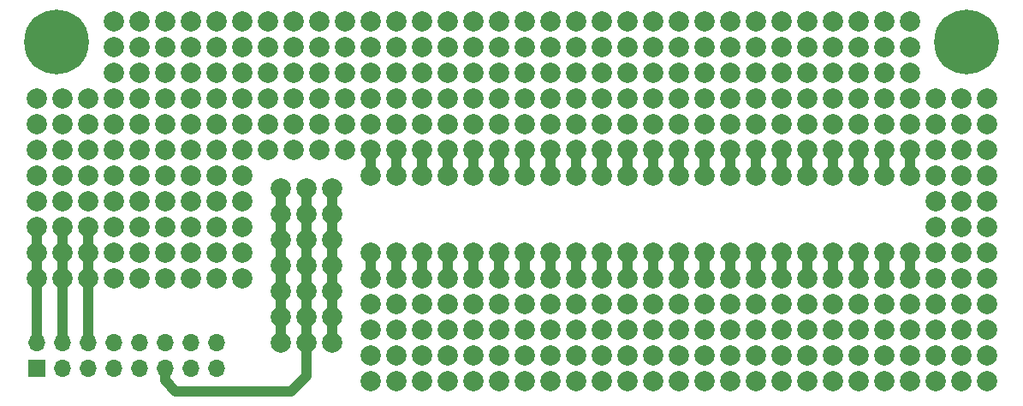
<source format=gbr>
G04 #@! TF.GenerationSoftware,KiCad,Pcbnew,(5.1.4)-1*
G04 #@! TF.CreationDate,2020-01-19T21:47:34+01:00*
G04 #@! TF.ProjectId,EuroHelper,4575726f-4865-46c7-9065-722e6b696361,rev?*
G04 #@! TF.SameCoordinates,Original*
G04 #@! TF.FileFunction,Copper,L1,Top*
G04 #@! TF.FilePolarity,Positive*
%FSLAX46Y46*%
G04 Gerber Fmt 4.6, Leading zero omitted, Abs format (unit mm)*
G04 Created by KiCad (PCBNEW (5.1.4)-1) date 2020-01-19 21:47:34*
%MOMM*%
%LPD*%
G04 APERTURE LIST*
%ADD10C,1.998980*%
%ADD11C,6.400000*%
%ADD12O,1.700000X1.700000*%
%ADD13R,1.700000X1.700000*%
%ADD14C,1.000000*%
G04 APERTURE END LIST*
D10*
X93472000Y-59690000D03*
X90932000Y-59690000D03*
X88392000Y-59690000D03*
X85852000Y-59690000D03*
X83312000Y-59690000D03*
X93472000Y-57150000D03*
X90932000Y-57150000D03*
X88392000Y-57150000D03*
X85852000Y-57150000D03*
X83312000Y-57150000D03*
X93472000Y-54610000D03*
X90932000Y-54610000D03*
X88392000Y-54610000D03*
X85852000Y-54610000D03*
X83312000Y-72390000D03*
X80772000Y-72390000D03*
X78232000Y-72390000D03*
X75692000Y-72390000D03*
X73152000Y-72390000D03*
X70612000Y-72390000D03*
X68072000Y-72390000D03*
X65532000Y-72390000D03*
X62992000Y-72390000D03*
X83312000Y-69850000D03*
X80772000Y-69850000D03*
X78232000Y-69850000D03*
X75692000Y-69850000D03*
X73152000Y-69850000D03*
X70612000Y-69850000D03*
X68072000Y-69850000D03*
X65532000Y-69850000D03*
X62992000Y-69850000D03*
X83312000Y-67310000D03*
X80772000Y-67310000D03*
X78232000Y-67310000D03*
X75692000Y-67310000D03*
X73152000Y-67310000D03*
X70612000Y-67310000D03*
X68072000Y-67310000D03*
X65532000Y-67310000D03*
X62992000Y-67310000D03*
X83312000Y-64770000D03*
X80772000Y-64770000D03*
X78232000Y-64770000D03*
X75692000Y-64770000D03*
X73152000Y-64770000D03*
X70612000Y-64770000D03*
X68072000Y-64770000D03*
X65532000Y-64770000D03*
X62992000Y-64770000D03*
X83312000Y-62230000D03*
X80772000Y-62230000D03*
X78232000Y-62230000D03*
X75692000Y-62230000D03*
X73152000Y-62230000D03*
X70612000Y-62230000D03*
X68072000Y-62230000D03*
X65532000Y-62230000D03*
X62992000Y-62230000D03*
X80772000Y-59690000D03*
X78232000Y-59690000D03*
X75692000Y-59690000D03*
X73152000Y-59690000D03*
X70612000Y-59690000D03*
X68072000Y-59690000D03*
X65532000Y-59690000D03*
X62992000Y-59690000D03*
X80772000Y-57150000D03*
X78232000Y-57150000D03*
X75692000Y-57150000D03*
X73152000Y-57150000D03*
X70612000Y-57150000D03*
X68072000Y-57150000D03*
X65532000Y-57150000D03*
X62992000Y-57150000D03*
X83312000Y-54610000D03*
X80772000Y-54610000D03*
X78232000Y-54610000D03*
X75692000Y-54610000D03*
X73152000Y-54610000D03*
X70612000Y-54610000D03*
X68072000Y-54610000D03*
X65532000Y-54610000D03*
X62992000Y-54610000D03*
X87122000Y-71145400D03*
X93472000Y-52095400D03*
X90932000Y-52095400D03*
X88392000Y-52095400D03*
X85852000Y-52095400D03*
X83312000Y-52095400D03*
X80772000Y-52095400D03*
X78232000Y-52095400D03*
X75692000Y-52095400D03*
X73152000Y-52095400D03*
X70612000Y-52095400D03*
X93472000Y-49555400D03*
X90932000Y-49555400D03*
X88392000Y-49555400D03*
X85852000Y-49555400D03*
X83312000Y-49555400D03*
X80772000Y-49555400D03*
X78232000Y-49555400D03*
X75692000Y-49555400D03*
X73152000Y-49555400D03*
X70612000Y-49555400D03*
X93472000Y-47015400D03*
X90932000Y-47015400D03*
X88392000Y-47015400D03*
X85852000Y-47015400D03*
X83312000Y-47015400D03*
X80772000Y-47015400D03*
X78232000Y-47015400D03*
X75692000Y-47015400D03*
X73152000Y-47015400D03*
X70612000Y-47015400D03*
X156972000Y-62230000D03*
X154432000Y-62230000D03*
X151892000Y-62230000D03*
X156972000Y-59690000D03*
X154432000Y-59690000D03*
X151892000Y-59690000D03*
X156972000Y-57150000D03*
X154432000Y-57150000D03*
X151892000Y-57150000D03*
X156972000Y-54610000D03*
X154432000Y-54610000D03*
X151892000Y-54610000D03*
X149352000Y-52070000D03*
X146812000Y-52070000D03*
X144272000Y-52070000D03*
X141732000Y-52070000D03*
X139192000Y-52070000D03*
X136652000Y-52070000D03*
X134112000Y-52070000D03*
X131572000Y-52070000D03*
X129032000Y-52070000D03*
X126492000Y-52070000D03*
X123952000Y-52070000D03*
X121412000Y-52070000D03*
X118872000Y-52070000D03*
X116332000Y-52070000D03*
X113792000Y-52070000D03*
X111252000Y-52070000D03*
X108712000Y-52070000D03*
X106172000Y-52070000D03*
X103632000Y-52070000D03*
X101092000Y-52070000D03*
X98552000Y-52070000D03*
X96012000Y-52070000D03*
X149352000Y-49530000D03*
X146812000Y-49530000D03*
X144272000Y-49530000D03*
X141732000Y-49530000D03*
X139192000Y-49530000D03*
X136652000Y-49530000D03*
X134112000Y-49530000D03*
X131572000Y-49530000D03*
X129032000Y-49530000D03*
X126492000Y-49530000D03*
X123952000Y-49530000D03*
X121412000Y-49530000D03*
X118872000Y-49530000D03*
X116332000Y-49530000D03*
X113792000Y-49530000D03*
X111252000Y-49530000D03*
X108712000Y-49530000D03*
X106172000Y-49530000D03*
X103632000Y-49530000D03*
X101092000Y-49530000D03*
X98552000Y-49530000D03*
X96012000Y-49530000D03*
X149352000Y-46990000D03*
X146812000Y-46990000D03*
X144272000Y-46990000D03*
X141732000Y-46990000D03*
X139192000Y-46990000D03*
X136652000Y-46990000D03*
X134112000Y-46990000D03*
X131572000Y-46990000D03*
X129032000Y-46990000D03*
X126492000Y-46990000D03*
X123952000Y-46990000D03*
X121412000Y-46990000D03*
X118872000Y-46990000D03*
X116332000Y-46990000D03*
X113792000Y-46990000D03*
X111252000Y-46990000D03*
X108712000Y-46990000D03*
X106172000Y-46990000D03*
X103632000Y-46990000D03*
X101092000Y-46990000D03*
X98552000Y-46990000D03*
X96012000Y-46990000D03*
X156972000Y-82575400D03*
X154432000Y-82575400D03*
X151892000Y-82575400D03*
X149352000Y-82575400D03*
X146812000Y-82575400D03*
X144272000Y-82575400D03*
X141732000Y-82575400D03*
X139192000Y-82575400D03*
X136652000Y-82575400D03*
X134112000Y-82575400D03*
X131572000Y-82575400D03*
X129032000Y-82575400D03*
X126492000Y-82575400D03*
X123952000Y-82575400D03*
X121412000Y-82575400D03*
X118872000Y-82575400D03*
X116332000Y-82575400D03*
X113792000Y-82575400D03*
X111252000Y-82575400D03*
X108712000Y-82575400D03*
X106172000Y-82575400D03*
X103632000Y-82575400D03*
X101092000Y-82575400D03*
X98552000Y-82575400D03*
X96012000Y-82575400D03*
X156972000Y-80035400D03*
X154432000Y-80035400D03*
X151892000Y-80035400D03*
X149352000Y-80035400D03*
X146812000Y-80035400D03*
X144272000Y-80035400D03*
X141732000Y-80035400D03*
X139192000Y-80035400D03*
X136652000Y-80035400D03*
X134112000Y-80035400D03*
X131572000Y-80035400D03*
X129032000Y-80035400D03*
X126492000Y-80035400D03*
X123952000Y-80035400D03*
X121412000Y-80035400D03*
X118872000Y-80035400D03*
X116332000Y-80035400D03*
X113792000Y-80035400D03*
X111252000Y-80035400D03*
X108712000Y-80035400D03*
X106172000Y-80035400D03*
X103632000Y-80035400D03*
X101092000Y-80035400D03*
X98552000Y-80035400D03*
X96012000Y-80035400D03*
X156972000Y-77495400D03*
X154432000Y-77495400D03*
X151892000Y-77495400D03*
X149352000Y-77495400D03*
X146812000Y-77495400D03*
X144272000Y-77495400D03*
X141732000Y-77495400D03*
X139192000Y-77495400D03*
X136652000Y-77495400D03*
X134112000Y-77495400D03*
X131572000Y-77495400D03*
X129032000Y-77495400D03*
X126492000Y-77495400D03*
X123952000Y-77495400D03*
X121412000Y-77495400D03*
X118872000Y-77495400D03*
X116332000Y-77495400D03*
X113792000Y-77495400D03*
X111252000Y-77495400D03*
X108712000Y-77495400D03*
X106172000Y-77495400D03*
X103632000Y-77495400D03*
X101092000Y-77495400D03*
X98552000Y-77495400D03*
X149352000Y-54610000D03*
X146812000Y-54610000D03*
X144272000Y-54610000D03*
X141732000Y-54610000D03*
X139192000Y-54610000D03*
X136652000Y-54610000D03*
X134112000Y-54610000D03*
X131572000Y-54610000D03*
X129032000Y-54610000D03*
X126492000Y-54610000D03*
X123952000Y-54610000D03*
X121412000Y-54610000D03*
X118872000Y-54610000D03*
X116332000Y-54610000D03*
X113792000Y-54610000D03*
X111252000Y-54610000D03*
X108712000Y-54610000D03*
X106172000Y-54610000D03*
X103632000Y-54610000D03*
X101092000Y-54610000D03*
X98552000Y-54610000D03*
X96012000Y-54610000D03*
X92202000Y-78765400D03*
X89662000Y-78765400D03*
X87122000Y-78765400D03*
X92202000Y-76225400D03*
X89662000Y-76225400D03*
X156972000Y-74955400D03*
X154432000Y-74955400D03*
X151892000Y-74955400D03*
X156972000Y-72415400D03*
X154432000Y-72415400D03*
X151892000Y-72415400D03*
X156972000Y-69875400D03*
X154432000Y-69875400D03*
X92202000Y-73685400D03*
X89662000Y-73685400D03*
X92202000Y-71145400D03*
X89662000Y-71145400D03*
X92202000Y-68605400D03*
X96012000Y-77495400D03*
X149352000Y-74955400D03*
X146812000Y-74955400D03*
X144272000Y-74955400D03*
X141732000Y-74955400D03*
X139192000Y-74955400D03*
X136652000Y-74955400D03*
X134112000Y-74955400D03*
X131572000Y-74955400D03*
X129032000Y-74955400D03*
X126492000Y-74955400D03*
X123952000Y-74955400D03*
X121412000Y-74955400D03*
X118872000Y-74955400D03*
X116332000Y-74955400D03*
X113792000Y-74955400D03*
X111252000Y-74955400D03*
X108712000Y-74955400D03*
X106172000Y-74955400D03*
X103632000Y-74955400D03*
X101092000Y-74955400D03*
X98552000Y-74955400D03*
X96012000Y-74955400D03*
X151892000Y-69875400D03*
X156972000Y-67335400D03*
X154432000Y-67335400D03*
X151892000Y-67335400D03*
X156972000Y-64795400D03*
X154432000Y-64795400D03*
X151892000Y-64795400D03*
D11*
X155000000Y-49000000D03*
X65000000Y-49000000D03*
D10*
X87122000Y-76225400D03*
X149352000Y-72415400D03*
X146812000Y-72415400D03*
X144272000Y-72415400D03*
X141732000Y-72415400D03*
X139192000Y-72415400D03*
X136652000Y-72415400D03*
X134112000Y-72415400D03*
X131572000Y-72415400D03*
X129032000Y-72415400D03*
X126492000Y-72415400D03*
X123952000Y-72415400D03*
X121412000Y-72415400D03*
X118872000Y-72415400D03*
X116332000Y-72415400D03*
X113792000Y-72415400D03*
X111252000Y-72415400D03*
X108712000Y-72415400D03*
X106172000Y-72415400D03*
X103632000Y-72415400D03*
X101092000Y-72415400D03*
X98552000Y-72415400D03*
X96012000Y-72415400D03*
X87122000Y-73685400D03*
X149352000Y-69875400D03*
X146812000Y-69875400D03*
X144272000Y-69875400D03*
X141732000Y-69875400D03*
X139192000Y-69875400D03*
X136652000Y-69875400D03*
X134112000Y-69875400D03*
X131572000Y-69875400D03*
X129032000Y-69875400D03*
X126492000Y-69875400D03*
X123952000Y-69875400D03*
X121412000Y-69875400D03*
X118872000Y-69875400D03*
X116332000Y-69875400D03*
X113792000Y-69875400D03*
X111252000Y-69875400D03*
X108712000Y-69875400D03*
X106172000Y-69875400D03*
X103632000Y-69875400D03*
X101092000Y-69875400D03*
X98552000Y-69875400D03*
X96012000Y-69875400D03*
X149352000Y-62255400D03*
X146812000Y-62255400D03*
X144272000Y-62255400D03*
X141732000Y-62255400D03*
X139192000Y-62255400D03*
X136652000Y-62255400D03*
X134112000Y-62255400D03*
X131572000Y-62255400D03*
X129032000Y-62255400D03*
X126492000Y-62255400D03*
X123952000Y-62255400D03*
X121412000Y-62255400D03*
X118872000Y-62255400D03*
X116332000Y-62255400D03*
X113792000Y-62255400D03*
X111252000Y-62255400D03*
X108712000Y-62255400D03*
X106172000Y-62255400D03*
X103632000Y-62255400D03*
X101092000Y-62255400D03*
X98552000Y-62255400D03*
X96012000Y-62255400D03*
X89662000Y-68605400D03*
X87122000Y-68605400D03*
X149352000Y-59715400D03*
X146812000Y-59715400D03*
X144272000Y-59715400D03*
X141732000Y-59715400D03*
X139192000Y-59715400D03*
X136652000Y-59715400D03*
X134112000Y-59715400D03*
X131572000Y-59715400D03*
X129032000Y-59715400D03*
X126492000Y-59715400D03*
X123952000Y-59715400D03*
X121412000Y-59715400D03*
X118872000Y-59715400D03*
X116332000Y-59715400D03*
X113792000Y-59715400D03*
X111252000Y-59715400D03*
X108712000Y-59715400D03*
X106172000Y-59715400D03*
X103632000Y-59715400D03*
X101092000Y-59715400D03*
X98552000Y-59715400D03*
X96012000Y-59715400D03*
X92202000Y-66065400D03*
X89662000Y-66065400D03*
X87122000Y-66065400D03*
X149352000Y-57175400D03*
X146812000Y-57175400D03*
X144272000Y-57175400D03*
X141732000Y-57175400D03*
X139192000Y-57175400D03*
X136652000Y-57175400D03*
X134112000Y-57175400D03*
X131572000Y-57175400D03*
X129032000Y-57175400D03*
X126492000Y-57175400D03*
X123952000Y-57175400D03*
X121412000Y-57175400D03*
X118872000Y-57175400D03*
X116332000Y-57175400D03*
X113792000Y-57175400D03*
X111252000Y-57175400D03*
X108712000Y-57175400D03*
X106172000Y-57175400D03*
X103632000Y-57175400D03*
X101092000Y-57175400D03*
X98552000Y-57175400D03*
X96012000Y-57175400D03*
X92202000Y-63525400D03*
X89662000Y-63525400D03*
X87122000Y-63525400D03*
D12*
X80780000Y-78778000D03*
X80780000Y-81318000D03*
X78240000Y-78778000D03*
X78240000Y-81318000D03*
X75700000Y-78778000D03*
X75700000Y-81318000D03*
X73160000Y-78778000D03*
X73160000Y-81318000D03*
X70620000Y-78778000D03*
X70620000Y-81318000D03*
X68080000Y-78778000D03*
X68080000Y-81318000D03*
X65540000Y-78778000D03*
X65540000Y-81318000D03*
X63000000Y-78778000D03*
D13*
X63000000Y-81318000D03*
D14*
X96012000Y-59715400D02*
X96012000Y-62255400D01*
X98552000Y-59715400D02*
X98552000Y-62255400D01*
X101092000Y-59715400D02*
X101092000Y-62255400D01*
X103632000Y-59715400D02*
X103632000Y-62255400D01*
X106172000Y-59715400D02*
X106172000Y-62255400D01*
X108712000Y-59715400D02*
X108712000Y-62255400D01*
X111252000Y-59715400D02*
X111252000Y-62255400D01*
X113792000Y-59715400D02*
X113792000Y-62255400D01*
X116332000Y-59715400D02*
X116332000Y-62255400D01*
X118872000Y-59715400D02*
X118872000Y-62255400D01*
X121412000Y-59715400D02*
X121412000Y-62255400D01*
X123952000Y-59715400D02*
X123952000Y-62255400D01*
X126492000Y-59715400D02*
X126492000Y-62255400D01*
X129032000Y-59715400D02*
X129032000Y-62255400D01*
X131572000Y-59715400D02*
X131572000Y-62255400D01*
X134112000Y-59715400D02*
X134112000Y-62255400D01*
X136652000Y-59715400D02*
X136652000Y-62255400D01*
X139192000Y-59715400D02*
X139192000Y-62255400D01*
X141732000Y-59715400D02*
X141732000Y-62255400D01*
X144272000Y-59715400D02*
X144272000Y-62255400D01*
X146812000Y-59715400D02*
X146812000Y-62255400D01*
X149352000Y-59715400D02*
X149352000Y-62255400D01*
X149352000Y-72415400D02*
X149352000Y-69875400D01*
X146812000Y-72415400D02*
X146812000Y-69875400D01*
X144272000Y-72415400D02*
X144272000Y-69875400D01*
X141732000Y-72415400D02*
X141732000Y-69875400D01*
X139192000Y-72415400D02*
X139192000Y-69875400D01*
X136652000Y-72415400D02*
X136652000Y-69875400D01*
X134112000Y-72415400D02*
X134112000Y-69875400D01*
X131572000Y-72415400D02*
X131572000Y-69875400D01*
X129032000Y-72415400D02*
X129032000Y-69875400D01*
X126492000Y-72415400D02*
X126492000Y-69875400D01*
X123952000Y-72415400D02*
X123952000Y-69875400D01*
X121412000Y-72415400D02*
X121412000Y-69875400D01*
X118872000Y-72415400D02*
X118872000Y-69875400D01*
X116332000Y-72415400D02*
X116332000Y-69875400D01*
X113792000Y-72415400D02*
X113792000Y-69875400D01*
X111252000Y-72415400D02*
X111252000Y-69875400D01*
X108712000Y-72415400D02*
X108712000Y-69875400D01*
X106172000Y-72415400D02*
X106172000Y-69875400D01*
X103632000Y-72415400D02*
X103632000Y-69875400D01*
X101092000Y-72415400D02*
X101092000Y-69875400D01*
X98552000Y-72415400D02*
X98552000Y-69875400D01*
X96012000Y-72415400D02*
X96012000Y-69875400D01*
X92202000Y-78765400D02*
X92202000Y-76225400D01*
X92202000Y-76225400D02*
X92202000Y-73685400D01*
X92202000Y-73685400D02*
X92202000Y-71145400D01*
X92202000Y-71145400D02*
X92202000Y-68605400D01*
X92202000Y-68605400D02*
X92202000Y-66065400D01*
X92202000Y-66065400D02*
X92202000Y-63525400D01*
X87122000Y-78765400D02*
X87122000Y-76225400D01*
X87122000Y-76225400D02*
X87122000Y-73685400D01*
X87122000Y-73685400D02*
X87122000Y-71145400D01*
X87122000Y-71145400D02*
X87122000Y-68605400D01*
X87122000Y-68605400D02*
X87122000Y-66065400D01*
X87122000Y-66065400D02*
X87122000Y-63525400D01*
X89662000Y-63525400D02*
X89662000Y-66065400D01*
X89662000Y-66065400D02*
X89662000Y-68605400D01*
X89662000Y-71145400D02*
X89662000Y-68605400D01*
X89662000Y-73685400D02*
X89662000Y-71145400D01*
X89662000Y-76225400D02*
X89662000Y-73685400D01*
X89662000Y-78765400D02*
X89662000Y-76225400D01*
X75700000Y-82520081D02*
X76745919Y-83566000D01*
X75700000Y-81318000D02*
X75700000Y-82520081D01*
X76745919Y-83566000D02*
X88138000Y-83566000D01*
X88138000Y-83566000D02*
X89662000Y-82042000D01*
X89662000Y-82042000D02*
X89662000Y-78765400D01*
X63000000Y-72398000D02*
X62992000Y-72390000D01*
X63000000Y-78778000D02*
X63000000Y-72398000D01*
X62992000Y-72390000D02*
X62992000Y-69850000D01*
X62992000Y-69850000D02*
X62992000Y-67310000D01*
X65540000Y-72398000D02*
X65532000Y-72390000D01*
X65540000Y-78778000D02*
X65540000Y-72398000D01*
X65532000Y-72390000D02*
X65532000Y-69850000D01*
X65532000Y-69850000D02*
X65532000Y-67310000D01*
X68080000Y-72398000D02*
X68072000Y-72390000D01*
X68080000Y-78778000D02*
X68080000Y-72398000D01*
X68072000Y-72390000D02*
X68072000Y-69850000D01*
X68072000Y-69850000D02*
X68072000Y-67310000D01*
M02*

</source>
